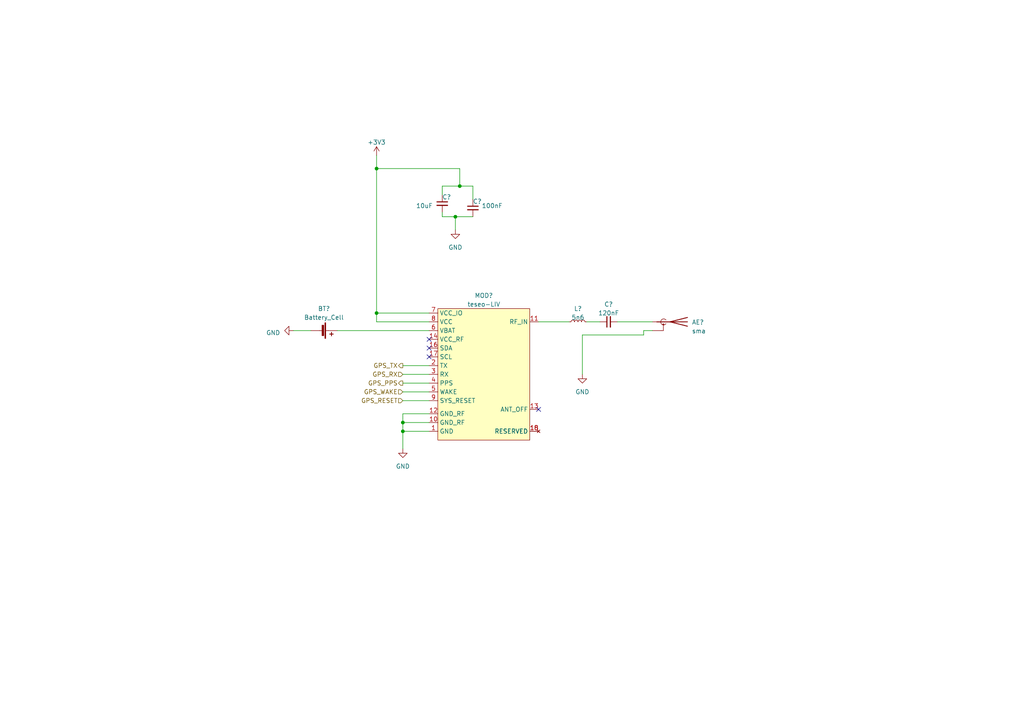
<source format=kicad_sch>
(kicad_sch (version 20210621) (generator eeschema)
  (paper "A4")
  (lib_symbols
    (symbol "Device:Antenna_Shield" (pin_numbers hide) (pin_names (offset 1.016) hide)
      (property "Reference" "AE" (at -1.905 4.445 0))
      (property "Value" "Antenna_Shield" (at -1.905 2.54 0))
      (symbol "Antenna_Shield_0_1"
        (arc (start 0 -2.667) (end -0.508 -1.143) (radius (at -0.0254 -1.8542) (length 0.8128) (angles -88.2 124.2)))
        (arc (start 0 -2.667) (end 0.508 -1.143) (radius (at 0.0254 -1.8542) (length 0.8128) (angles -91.8 55.8)))
        (circle (center 0.762 -1.905) (radius 0.1778) (fill (type outline)))
        (polyline (pts (xy 0 -2.54) (xy 0 0)))
        (polyline (pts (xy 0 5.08) (xy 0 -3.81)) (stroke (width 0.254)))
        (polyline (pts (xy 0.762 -1.905) (xy 2.54 -1.905)))
        (polyline (pts (xy 2.54 -2.54) (xy 2.54 -1.905)))
        (polyline (pts (xy 1.27 5.08) (xy 0 0) (xy -1.27 5.08)) (stroke (width 0.254)))
      )
      (symbol "Antenna_Shield_1_1"
        (pin input line (at 0 -5.08 90) (length 2.54) (name "A") (number "1"))
        (pin input line (at 2.54 -5.08 90) (length 2.54) (name "Shield") (number "2"))
      )
    )
    (symbol "Device:Battery_Cell" (pin_numbers hide) (pin_names (offset 0) hide)
      (property "Reference" "BT" (at 2.54 2.54 0))
      (property "Value" "Battery_Cell" (at 2.54 0 0))
      (symbol "Battery_Cell_0_1"
        (rectangle (start -2.286 1.778) (end 2.286 1.524) (fill (type outline)))
        (rectangle (start -1.5748 1.1938) (end 1.4732 0.6858) (fill (type outline)))
        (polyline (pts (xy 0 0.762) (xy 0 0)))
        (polyline (pts (xy 0 1.778) (xy 0 2.54)))
        (polyline (pts (xy 0.508 3.429) (xy 1.524 3.429)) (stroke (width 0.254)))
        (polyline (pts (xy 1.016 3.937) (xy 1.016 2.921)) (stroke (width 0.254)))
      )
      (symbol "Battery_Cell_1_1"
        (pin passive line (at 0 5.08 270) (length 2.54) (name "+") (number "1"))
        (pin passive line (at 0 -2.54 90) (length 2.54) (name "-") (number "2"))
      )
    )
    (symbol "Device:C_Small" (pin_numbers hide) (pin_names (offset 0.254) hide)
      (property "Reference" "C" (at 0.254 1.778 0))
      (property "Value" "C_Small" (at 0.254 -2.032 0))
      (symbol "C_Small_0_1"
        (polyline (pts (xy -1.524 -0.508) (xy 1.524 -0.508)) (stroke (width 0.3302)))
        (polyline (pts (xy -1.524 0.508) (xy 1.524 0.508)) (stroke (width 0.3048)))
      )
      (symbol "C_Small_1_1"
        (pin passive line (at 0 2.54 270) (length 2.032) (name "~") (number "1"))
        (pin passive line (at 0 -2.54 90) (length 2.032) (name "~") (number "2"))
      )
    )
    (symbol "Device:L_Small" (pin_numbers hide) (pin_names (offset 0.254) hide)
      (property "Reference" "L" (at 0.762 1.016 0))
      (property "Value" "L_Small" (at 0.762 -1.016 0))
      (symbol "L_Small_0_1"
        (arc (start 0 -2.032) (end 0 -1.016) (radius (at 0 -1.524) (length 0.508) (angles -89.9 89.9)))
        (arc (start 0 -1.016) (end 0 0) (radius (at 0 -0.508) (length 0.508) (angles -89.9 89.9)))
        (arc (start 0 0) (end 0 1.016) (radius (at 0 0.508) (length 0.508) (angles -89.9 89.9)))
        (arc (start 0 1.016) (end 0 2.032) (radius (at 0 1.524) (length 0.508) (angles -89.9 89.9)))
      )
      (symbol "L_Small_1_1"
        (pin passive line (at 0 2.54 270) (length 0.508) (name "~") (number "1"))
        (pin passive line (at 0 -2.54 90) (length 0.508) (name "~") (number "2"))
      )
    )
    (symbol "modulles:teseo-LIV"
      (property "Reference" "MOD" (at 12.7 -16.51 0))
      (property "Value" "teseo-LIV" (at 12.7 -21.59 0))
      (symbol "teseo-LIV_0_1"
        (rectangle (start 0 1.27) (end 26.67 -36.83) (stroke (width 0.1524)) (fill (type background)))
      )
      (symbol "teseo-LIV_1_1"
        (pin power_out line (at -2.54 -34.29 0) (length 2.54) (name "GND") (number "1"))
        (pin power_out line (at -2.54 -31.75 0) (length 2.54) (name "GND_RF") (number "10"))
        (pin input line (at 29.21 -2.54 180) (length 2.54) (name "RF_IN") (number "11"))
        (pin power_out line (at -2.54 -29.21 0) (length 2.54) (name "GND_RF") (number "12"))
        (pin output line (at 29.21 -27.94 180) (length 2.54) (name "ANT_OFF") (number "13"))
        (pin power_in line (at -2.54 -7.62 0) (length 2.54) (name "VCC_RF") (number "14"))
        (pin no_connect line (at 29.21 -34.29 180) (length 2.54) (name "RESERVED") (number "15"))
        (pin bidirectional line (at -2.54 -10.16 0) (length 2.54) (name "SDA") (number "16"))
        (pin bidirectional line (at -2.54 -12.7 0) (length 2.54) (name "SCL") (number "17"))
        (pin no_connect line (at 29.21 -34.29 180) (length 2.54) (name "RESERVED") (number "18"))
        (pin output line (at -2.54 -15.24 0) (length 2.54) (name "TX") (number "2"))
        (pin input line (at -2.54 -17.78 0) (length 2.54) (name "RX") (number "3"))
        (pin output line (at -2.54 -20.32 0) (length 2.54) (name "PPS") (number "4"))
        (pin input line (at -2.54 -22.86 0) (length 2.54) (name "WAKE") (number "5"))
        (pin power_in line (at -2.54 -5.08 0) (length 2.54) (name "VBAT") (number "6"))
        (pin power_in line (at -2.54 0 0) (length 2.54) (name "VCC_IO") (number "7"))
        (pin power_in line (at -2.54 -2.54 0) (length 2.54) (name "VCC") (number "8"))
        (pin input line (at -2.54 -25.4 0) (length 2.54) (name "SYS_RESET") (number "9"))
      )
    )
    (symbol "power:+3V3" (power) (pin_names (offset 0))
      (property "Value" "+3V3" (at 0 3.556 0))
      (symbol "+3V3_0_1"
        (polyline (pts (xy -0.762 1.27) (xy 0 2.54)))
        (polyline (pts (xy 0 0) (xy 0 2.54)))
        (polyline (pts (xy 0 2.54) (xy 0.762 1.27)))
      )
      (symbol "+3V3_1_1"
        (pin power_in line (at 0 0 90) (length 0) hide (name "+3V3") (number "1"))
      )
    )
    (symbol "power:GND" (power) (pin_names (offset 0))
      (property "Value" "GND" (at 0 -3.81 0))
      (symbol "GND_0_1"
        (polyline (pts (xy 0 0) (xy 0 -1.27) (xy 1.27 -1.27) (xy 0 -2.54) (xy -1.27 -1.27) (xy 0 -1.27)))
      )
      (symbol "GND_1_1"
        (pin power_in line (at 0 0 270) (length 0) hide (name "GND") (number "1"))
      )
    )
  )
  (junction (at 109.22 48.895) (diameter 0.9144))
  (junction (at 109.22 90.805) (diameter 0.9144))
  (junction (at 116.84 122.555) (diameter 0.9144))
  (junction (at 116.84 125.095) (diameter 0.9144))
  (junction (at 132.08 62.865) (diameter 0.9144))
  (junction (at 133.35 53.975) (diameter 0.9144))
  (no_connect (at 124.46 98.425))
  (no_connect (at 124.46 100.965))
  (no_connect (at 124.46 103.505))
  (no_connect (at 156.21 118.745))
  (wire (pts (xy 85.09 95.885) (xy 90.17 95.885)))
  (wire (pts (xy 97.79 95.885) (xy 124.46 95.885)))
  (wire (pts (xy 109.22 45.085) (xy 109.22 48.895)))
  (wire (pts (xy 109.22 48.895) (xy 109.22 90.805)))
  (wire (pts (xy 109.22 90.805) (xy 109.22 93.345)))
  (wire (pts (xy 109.22 93.345) (xy 124.46 93.345)))
  (wire (pts (xy 116.84 106.045) (xy 124.46 106.045)))
  (wire (pts (xy 116.84 108.585) (xy 124.46 108.585)))
  (wire (pts (xy 116.84 111.125) (xy 124.46 111.125)))
  (wire (pts (xy 116.84 113.665) (xy 124.46 113.665)))
  (wire (pts (xy 116.84 116.205) (xy 124.46 116.205)))
  (wire (pts (xy 116.84 120.015) (xy 124.46 120.015)))
  (wire (pts (xy 116.84 122.555) (xy 116.84 120.015)))
  (wire (pts (xy 116.84 122.555) (xy 124.46 122.555)))
  (wire (pts (xy 116.84 125.095) (xy 116.84 122.555)))
  (wire (pts (xy 116.84 125.095) (xy 124.46 125.095)))
  (wire (pts (xy 116.84 130.175) (xy 116.84 125.095)))
  (wire (pts (xy 124.46 90.805) (xy 109.22 90.805)))
  (wire (pts (xy 128.27 53.975) (xy 128.27 56.515)))
  (wire (pts (xy 128.27 53.975) (xy 133.35 53.975)))
  (wire (pts (xy 128.27 61.595) (xy 128.27 62.865)))
  (wire (pts (xy 128.27 62.865) (xy 132.08 62.865)))
  (wire (pts (xy 132.08 62.865) (xy 137.16 62.865)))
  (wire (pts (xy 132.08 66.675) (xy 132.08 62.865)))
  (wire (pts (xy 133.35 48.895) (xy 109.22 48.895)))
  (wire (pts (xy 133.35 53.975) (xy 133.35 48.895)))
  (wire (pts (xy 133.35 53.975) (xy 137.16 53.975)))
  (wire (pts (xy 137.16 53.975) (xy 137.16 57.785)))
  (wire (pts (xy 156.21 93.345) (xy 165.1 93.345)))
  (wire (pts (xy 168.91 97.155) (xy 168.91 108.585)))
  (wire (pts (xy 170.18 93.345) (xy 173.99 93.345)))
  (wire (pts (xy 179.07 93.345) (xy 189.23 93.345)))
  (wire (pts (xy 186.69 95.885) (xy 186.69 97.155)))
  (wire (pts (xy 186.69 97.155) (xy 168.91 97.155)))
  (wire (pts (xy 189.23 95.885) (xy 186.69 95.885)))
  (hierarchical_label "GPS_TX" (shape output) (at 116.84 106.045 180))
  (hierarchical_label "GPS_RX" (shape input) (at 116.84 108.585 180))
  (hierarchical_label "GPS_PPS" (shape output) (at 116.84 111.125 180))
  (hierarchical_label "GPS_WAKE" (shape input) (at 116.84 113.665 180))
  (hierarchical_label "GPS_RESET" (shape input) (at 116.84 116.205 180))
  (symbol (lib_id "power:+3V3") (at 109.22 45.085 0) (unit 1)
    (property "Reference" "#PWR?" (effects hide))
    (property "Value" "+3V3" (at 109.22 41.275 0))
  )
  (symbol (lib_id "Device:L_Small") (at 167.64 93.345 90) (unit 1)
    (property "Reference" "L?" (at 167.64 89.535 90))
    (property "Value" "5n6" (at 167.64 92.075 90))
    (property "Footprint" "vanalles:0603" (effects hide))
  )
  (symbol (lib_id "power:GND") (at 85.09 95.885 270) (unit 1)
    (property "Reference" "#PWR?" (effects hide))
    (property "Value" "GND" (at 81.28 96.5199 90) (effects (justify right)))
  )
  (symbol (lib_id "power:GND") (at 116.84 130.175 0) (unit 1)
    (property "Reference" "#PWR?" (effects hide))
    (property "Value" "GND" (at 116.84 135.255 0))
  )
  (symbol (lib_id "power:GND") (at 132.08 66.675 0) (unit 1)
    (property "Reference" "#PWR?" (effects hide))
    (property "Value" "GND" (at 132.08 71.755 0))
  )
  (symbol (lib_id "power:GND") (at 168.91 108.585 0) (unit 1)
    (property "Reference" "#PWR?" (effects hide))
    (property "Value" "GND" (at 168.91 113.665 0))
  )
  (symbol (lib_id "Device:C_Small") (at 128.27 59.055 0) (unit 1)
    (property "Reference" "C?" (at 128.27 57.1499 0) (effects (justify left)))
    (property "Value" "10uF" (at 120.65 59.6899 0) (effects (justify left)))
    (property "Footprint" "vanalles:0603" (effects hide))
  )
  (symbol (lib_id "Device:C_Small") (at 137.16 60.325 0) (unit 1)
    (property "Reference" "C?" (at 137.16 58.4199 0) (effects (justify left)))
    (property "Value" "100nF" (at 139.7 59.6899 0) (effects (justify left)))
    (property "Footprint" "vanalles:0603" (effects hide))
  )
  (symbol (lib_id "Device:C_Small") (at 176.53 93.345 90) (unit 1)
    (property "Reference" "C?" (at 176.53 88.265 90))
    (property "Value" "120nF" (at 176.53 90.805 90))
    (property "Footprint" "vanalles:0603" (effects hide))
  )
  (symbol (lib_id "Device:Battery_Cell") (at 92.71 95.885 270) (unit 1)
    (property "Reference" "BT?" (at 93.98 89.535 90))
    (property "Value" "Battery_Cell" (at 93.98 92.075 90))
    (property "Footprint" "vanalles:3012TR" (effects hide))
  )
  (symbol (lib_id "Device:Antenna_Shield") (at 194.31 93.345 270) (unit 1)
    (property "Reference" "AE?" (at 200.66 93.4719 90) (effects (justify left)))
    (property "Value" "sma" (at 200.66 96.0119 90) (effects (justify left)))
    (property "Footprint" "connectors_user:ufl connector" (effects hide))
  )
  (symbol (lib_id "modulles:teseo-LIV") (at 127 90.805 0) (unit 1)
    (property "Reference" "MOD?" (at 140.335 85.725 0))
    (property "Value" "teseo-LIV" (at 140.335 88.265 0))
    (property "Footprint" "Module:SON_STM_TESEO-LIV3R" (effects hide))
  )
)
</source>
